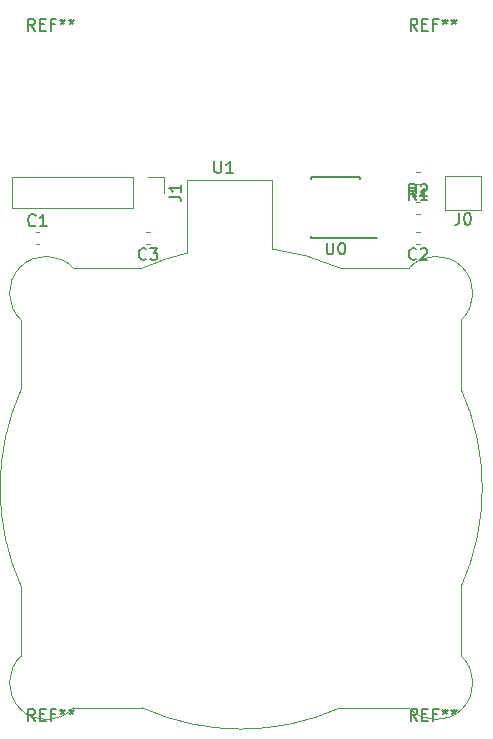
<source format=gbr>
G04 #@! TF.GenerationSoftware,KiCad,Pcbnew,(5.0.2)-1*
G04 #@! TF.CreationDate,2019-05-20T19:12:37+02:00*
G04 #@! TF.ProjectId,Carte capteurs 2,43617274-6520-4636-9170-746575727320,rev?*
G04 #@! TF.SameCoordinates,Original*
G04 #@! TF.FileFunction,Legend,Top*
G04 #@! TF.FilePolarity,Positive*
%FSLAX46Y46*%
G04 Gerber Fmt 4.6, Leading zero omitted, Abs format (unit mm)*
G04 Created by KiCad (PCBNEW (5.0.2)-1) date 20/05/2019 19:12:37*
%MOMM*%
%LPD*%
G01*
G04 APERTURE LIST*
%ADD10C,0.120000*%
%ADD11C,0.150000*%
G04 APERTURE END LIST*
D10*
G04 #@! TO.C,C1*
X36184721Y-43690000D02*
X36510279Y-43690000D01*
X36184721Y-42670000D02*
X36510279Y-42670000D01*
G04 #@! TO.C,C2*
X68742779Y-43690000D02*
X68417221Y-43690000D01*
X68742779Y-42670000D02*
X68417221Y-42670000D01*
G04 #@! TO.C,C3*
X45882779Y-43690000D02*
X45557221Y-43690000D01*
X45882779Y-42670000D02*
X45557221Y-42670000D01*
G04 #@! TO.C,J0*
X70890000Y-40820000D02*
X73890000Y-40820000D01*
X70890000Y-37970000D02*
X70890000Y-40820000D01*
X73890000Y-37970000D02*
X73890000Y-40820000D01*
X70890000Y-37970000D02*
X73890000Y-37970000D01*
G04 #@! TO.C,J1*
X34230000Y-38040000D02*
X34230000Y-40700000D01*
X44450000Y-38040000D02*
X34230000Y-38040000D01*
X44450000Y-40700000D02*
X34230000Y-40700000D01*
X44450000Y-38040000D02*
X44450000Y-40700000D01*
X45720000Y-38040000D02*
X47050000Y-38040000D01*
X47050000Y-38040000D02*
X47050000Y-39370000D01*
G04 #@! TO.C,R1*
X68742779Y-38610000D02*
X68417221Y-38610000D01*
X68742779Y-37590000D02*
X68417221Y-37590000D01*
G04 #@! TO.C,R2*
X68417221Y-41150000D02*
X68742779Y-41150000D01*
X68417221Y-40130000D02*
X68742779Y-40130000D01*
D11*
G04 #@! TO.C,U0*
X63670000Y-43215000D02*
X63670000Y-43165000D01*
X59520000Y-43215000D02*
X59520000Y-43070000D01*
X59520000Y-38065000D02*
X59520000Y-38210000D01*
X63670000Y-38065000D02*
X63670000Y-38210000D01*
X63670000Y-43215000D02*
X59520000Y-43215000D01*
X63670000Y-38065000D02*
X59520000Y-38065000D01*
X63670000Y-43165000D02*
X65070000Y-43165000D01*
D10*
G04 #@! TO.C,U1*
X45215001Y-45755001D02*
X39395001Y-45755001D01*
X34985001Y-78565001D02*
X34985001Y-72755001D01*
X48985001Y-38255001D02*
X48985001Y-44485001D01*
X48985001Y-38255001D02*
X56205001Y-38255001D01*
X56205001Y-38255001D02*
X56205001Y-44115001D01*
X34987652Y-50167430D02*
G75*
G02X39395001Y-45755001I2107349J2302429D01*
G01*
X67792572Y-45757652D02*
G75*
G02X72205001Y-50165001I2302429J-2107349D01*
G01*
X72202350Y-78562572D02*
G75*
G02X67795001Y-82975001I-2107349J-2302429D01*
G01*
X39397430Y-82972350D02*
G75*
G02X34985001Y-78565001I-2302429J2107349D01*
G01*
X45243905Y-45744429D02*
G75*
G02X48985001Y-44485001I8351096J-18620572D01*
G01*
X61975001Y-45755001D02*
X67795001Y-45755001D01*
X56203131Y-44122616D02*
G75*
G02X61975001Y-45755001I-2608130J-20242385D01*
G01*
X34979903Y-72743685D02*
G75*
G02X34985001Y-55975001I18615098J8378684D01*
G01*
X72205001Y-55975001D02*
X72205001Y-50165001D01*
X72210099Y-72743685D02*
G75*
G03X72205001Y-55975001I-18615098J8378684D01*
G01*
X34985001Y-55975001D02*
X34985001Y-50165001D01*
X72205001Y-78565001D02*
X72205001Y-72755001D01*
X45216317Y-82980099D02*
G75*
G03X61985001Y-82975001I8378684J18615098D01*
G01*
X61975001Y-82975001D02*
X67795001Y-82975001D01*
X45215001Y-82975001D02*
X39395001Y-82975001D01*
G04 #@! TO.C,REF\002A\002A*
D11*
X68516666Y-25632380D02*
X68183333Y-25156190D01*
X67945238Y-25632380D02*
X67945238Y-24632380D01*
X68326190Y-24632380D01*
X68421428Y-24680000D01*
X68469047Y-24727619D01*
X68516666Y-24822857D01*
X68516666Y-24965714D01*
X68469047Y-25060952D01*
X68421428Y-25108571D01*
X68326190Y-25156190D01*
X67945238Y-25156190D01*
X68945238Y-25108571D02*
X69278571Y-25108571D01*
X69421428Y-25632380D02*
X68945238Y-25632380D01*
X68945238Y-24632380D01*
X69421428Y-24632380D01*
X70183333Y-25108571D02*
X69850000Y-25108571D01*
X69850000Y-25632380D02*
X69850000Y-24632380D01*
X70326190Y-24632380D01*
X70850000Y-24632380D02*
X70850000Y-24870476D01*
X70611904Y-24775238D02*
X70850000Y-24870476D01*
X71088095Y-24775238D01*
X70707142Y-25060952D02*
X70850000Y-24870476D01*
X70992857Y-25060952D01*
X71611904Y-24632380D02*
X71611904Y-24870476D01*
X71373809Y-24775238D02*
X71611904Y-24870476D01*
X71850000Y-24775238D01*
X71469047Y-25060952D02*
X71611904Y-24870476D01*
X71754761Y-25060952D01*
X36131666Y-25632380D02*
X35798333Y-25156190D01*
X35560238Y-25632380D02*
X35560238Y-24632380D01*
X35941190Y-24632380D01*
X36036428Y-24680000D01*
X36084047Y-24727619D01*
X36131666Y-24822857D01*
X36131666Y-24965714D01*
X36084047Y-25060952D01*
X36036428Y-25108571D01*
X35941190Y-25156190D01*
X35560238Y-25156190D01*
X36560238Y-25108571D02*
X36893571Y-25108571D01*
X37036428Y-25632380D02*
X36560238Y-25632380D01*
X36560238Y-24632380D01*
X37036428Y-24632380D01*
X37798333Y-25108571D02*
X37465000Y-25108571D01*
X37465000Y-25632380D02*
X37465000Y-24632380D01*
X37941190Y-24632380D01*
X38465000Y-24632380D02*
X38465000Y-24870476D01*
X38226904Y-24775238D02*
X38465000Y-24870476D01*
X38703095Y-24775238D01*
X38322142Y-25060952D02*
X38465000Y-24870476D01*
X38607857Y-25060952D01*
X39226904Y-24632380D02*
X39226904Y-24870476D01*
X38988809Y-24775238D02*
X39226904Y-24870476D01*
X39465000Y-24775238D01*
X39084047Y-25060952D02*
X39226904Y-24870476D01*
X39369761Y-25060952D01*
X36131666Y-84052380D02*
X35798333Y-83576190D01*
X35560238Y-84052380D02*
X35560238Y-83052380D01*
X35941190Y-83052380D01*
X36036428Y-83100000D01*
X36084047Y-83147619D01*
X36131666Y-83242857D01*
X36131666Y-83385714D01*
X36084047Y-83480952D01*
X36036428Y-83528571D01*
X35941190Y-83576190D01*
X35560238Y-83576190D01*
X36560238Y-83528571D02*
X36893571Y-83528571D01*
X37036428Y-84052380D02*
X36560238Y-84052380D01*
X36560238Y-83052380D01*
X37036428Y-83052380D01*
X37798333Y-83528571D02*
X37465000Y-83528571D01*
X37465000Y-84052380D02*
X37465000Y-83052380D01*
X37941190Y-83052380D01*
X38465000Y-83052380D02*
X38465000Y-83290476D01*
X38226904Y-83195238D02*
X38465000Y-83290476D01*
X38703095Y-83195238D01*
X38322142Y-83480952D02*
X38465000Y-83290476D01*
X38607857Y-83480952D01*
X39226904Y-83052380D02*
X39226904Y-83290476D01*
X38988809Y-83195238D02*
X39226904Y-83290476D01*
X39465000Y-83195238D01*
X39084047Y-83480952D02*
X39226904Y-83290476D01*
X39369761Y-83480952D01*
X68516666Y-84052380D02*
X68183333Y-83576190D01*
X67945238Y-84052380D02*
X67945238Y-83052380D01*
X68326190Y-83052380D01*
X68421428Y-83100000D01*
X68469047Y-83147619D01*
X68516666Y-83242857D01*
X68516666Y-83385714D01*
X68469047Y-83480952D01*
X68421428Y-83528571D01*
X68326190Y-83576190D01*
X67945238Y-83576190D01*
X68945238Y-83528571D02*
X69278571Y-83528571D01*
X69421428Y-84052380D02*
X68945238Y-84052380D01*
X68945238Y-83052380D01*
X69421428Y-83052380D01*
X70183333Y-83528571D02*
X69850000Y-83528571D01*
X69850000Y-84052380D02*
X69850000Y-83052380D01*
X70326190Y-83052380D01*
X70850000Y-83052380D02*
X70850000Y-83290476D01*
X70611904Y-83195238D02*
X70850000Y-83290476D01*
X71088095Y-83195238D01*
X70707142Y-83480952D02*
X70850000Y-83290476D01*
X70992857Y-83480952D01*
X71611904Y-83052380D02*
X71611904Y-83290476D01*
X71373809Y-83195238D02*
X71611904Y-83290476D01*
X71850000Y-83195238D01*
X71469047Y-83480952D02*
X71611904Y-83290476D01*
X71754761Y-83480952D01*
G04 #@! TO.C,C1*
X36180833Y-42107142D02*
X36133214Y-42154761D01*
X35990357Y-42202380D01*
X35895119Y-42202380D01*
X35752261Y-42154761D01*
X35657023Y-42059523D01*
X35609404Y-41964285D01*
X35561785Y-41773809D01*
X35561785Y-41630952D01*
X35609404Y-41440476D01*
X35657023Y-41345238D01*
X35752261Y-41250000D01*
X35895119Y-41202380D01*
X35990357Y-41202380D01*
X36133214Y-41250000D01*
X36180833Y-41297619D01*
X37133214Y-42202380D02*
X36561785Y-42202380D01*
X36847500Y-42202380D02*
X36847500Y-41202380D01*
X36752261Y-41345238D01*
X36657023Y-41440476D01*
X36561785Y-41488095D01*
G04 #@! TO.C,C2*
X68413333Y-44967142D02*
X68365714Y-45014761D01*
X68222857Y-45062380D01*
X68127619Y-45062380D01*
X67984761Y-45014761D01*
X67889523Y-44919523D01*
X67841904Y-44824285D01*
X67794285Y-44633809D01*
X67794285Y-44490952D01*
X67841904Y-44300476D01*
X67889523Y-44205238D01*
X67984761Y-44110000D01*
X68127619Y-44062380D01*
X68222857Y-44062380D01*
X68365714Y-44110000D01*
X68413333Y-44157619D01*
X68794285Y-44157619D02*
X68841904Y-44110000D01*
X68937142Y-44062380D01*
X69175238Y-44062380D01*
X69270476Y-44110000D01*
X69318095Y-44157619D01*
X69365714Y-44252857D01*
X69365714Y-44348095D01*
X69318095Y-44490952D01*
X68746666Y-45062380D01*
X69365714Y-45062380D01*
G04 #@! TO.C,C3*
X45553333Y-44967142D02*
X45505714Y-45014761D01*
X45362857Y-45062380D01*
X45267619Y-45062380D01*
X45124761Y-45014761D01*
X45029523Y-44919523D01*
X44981904Y-44824285D01*
X44934285Y-44633809D01*
X44934285Y-44490952D01*
X44981904Y-44300476D01*
X45029523Y-44205238D01*
X45124761Y-44110000D01*
X45267619Y-44062380D01*
X45362857Y-44062380D01*
X45505714Y-44110000D01*
X45553333Y-44157619D01*
X45886666Y-44062380D02*
X46505714Y-44062380D01*
X46172380Y-44443333D01*
X46315238Y-44443333D01*
X46410476Y-44490952D01*
X46458095Y-44538571D01*
X46505714Y-44633809D01*
X46505714Y-44871904D01*
X46458095Y-44967142D01*
X46410476Y-45014761D01*
X46315238Y-45062380D01*
X46029523Y-45062380D01*
X45934285Y-45014761D01*
X45886666Y-44967142D01*
G04 #@! TO.C,J0*
X72056666Y-41072380D02*
X72056666Y-41786666D01*
X72009047Y-41929523D01*
X71913809Y-42024761D01*
X71770952Y-42072380D01*
X71675714Y-42072380D01*
X72723333Y-41072380D02*
X72818571Y-41072380D01*
X72913809Y-41120000D01*
X72961428Y-41167619D01*
X73009047Y-41262857D01*
X73056666Y-41453333D01*
X73056666Y-41691428D01*
X73009047Y-41881904D01*
X72961428Y-41977142D01*
X72913809Y-42024761D01*
X72818571Y-42072380D01*
X72723333Y-42072380D01*
X72628095Y-42024761D01*
X72580476Y-41977142D01*
X72532857Y-41881904D01*
X72485238Y-41691428D01*
X72485238Y-41453333D01*
X72532857Y-41262857D01*
X72580476Y-41167619D01*
X72628095Y-41120000D01*
X72723333Y-41072380D01*
G04 #@! TO.C,J1*
X47502380Y-39703333D02*
X48216666Y-39703333D01*
X48359523Y-39750952D01*
X48454761Y-39846190D01*
X48502380Y-39989047D01*
X48502380Y-40084285D01*
X48502380Y-38703333D02*
X48502380Y-39274761D01*
X48502380Y-38989047D02*
X47502380Y-38989047D01*
X47645238Y-39084285D01*
X47740476Y-39179523D01*
X47788095Y-39274761D01*
G04 #@! TO.C,R1*
X68413333Y-39982380D02*
X68080000Y-39506190D01*
X67841904Y-39982380D02*
X67841904Y-38982380D01*
X68222857Y-38982380D01*
X68318095Y-39030000D01*
X68365714Y-39077619D01*
X68413333Y-39172857D01*
X68413333Y-39315714D01*
X68365714Y-39410952D01*
X68318095Y-39458571D01*
X68222857Y-39506190D01*
X67841904Y-39506190D01*
X69365714Y-39982380D02*
X68794285Y-39982380D01*
X69080000Y-39982380D02*
X69080000Y-38982380D01*
X68984761Y-39125238D01*
X68889523Y-39220476D01*
X68794285Y-39268095D01*
G04 #@! TO.C,R2*
X68413333Y-39662380D02*
X68080000Y-39186190D01*
X67841904Y-39662380D02*
X67841904Y-38662380D01*
X68222857Y-38662380D01*
X68318095Y-38710000D01*
X68365714Y-38757619D01*
X68413333Y-38852857D01*
X68413333Y-38995714D01*
X68365714Y-39090952D01*
X68318095Y-39138571D01*
X68222857Y-39186190D01*
X67841904Y-39186190D01*
X68794285Y-38757619D02*
X68841904Y-38710000D01*
X68937142Y-38662380D01*
X69175238Y-38662380D01*
X69270476Y-38710000D01*
X69318095Y-38757619D01*
X69365714Y-38852857D01*
X69365714Y-38948095D01*
X69318095Y-39090952D01*
X68746666Y-39662380D01*
X69365714Y-39662380D01*
G04 #@! TO.C,U0*
X60833095Y-43592380D02*
X60833095Y-44401904D01*
X60880714Y-44497142D01*
X60928333Y-44544761D01*
X61023571Y-44592380D01*
X61214047Y-44592380D01*
X61309285Y-44544761D01*
X61356904Y-44497142D01*
X61404523Y-44401904D01*
X61404523Y-43592380D01*
X62071190Y-43592380D02*
X62166428Y-43592380D01*
X62261666Y-43640000D01*
X62309285Y-43687619D01*
X62356904Y-43782857D01*
X62404523Y-43973333D01*
X62404523Y-44211428D01*
X62356904Y-44401904D01*
X62309285Y-44497142D01*
X62261666Y-44544761D01*
X62166428Y-44592380D01*
X62071190Y-44592380D01*
X61975952Y-44544761D01*
X61928333Y-44497142D01*
X61880714Y-44401904D01*
X61833095Y-44211428D01*
X61833095Y-43973333D01*
X61880714Y-43782857D01*
X61928333Y-43687619D01*
X61975952Y-43640000D01*
X62071190Y-43592380D01*
G04 #@! TO.C,U1*
X51333096Y-36697381D02*
X51333096Y-37506905D01*
X51380715Y-37602143D01*
X51428334Y-37649762D01*
X51523572Y-37697381D01*
X51714048Y-37697381D01*
X51809286Y-37649762D01*
X51856905Y-37602143D01*
X51904524Y-37506905D01*
X51904524Y-36697381D01*
X52904524Y-37697381D02*
X52333096Y-37697381D01*
X52618810Y-37697381D02*
X52618810Y-36697381D01*
X52523572Y-36840239D01*
X52428334Y-36935477D01*
X52333096Y-36983096D01*
G04 #@! TD*
M02*

</source>
